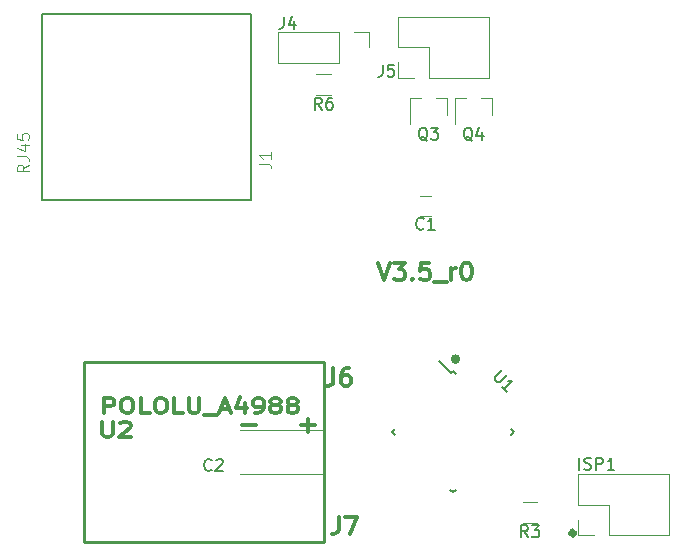
<source format=gto>
G04 #@! TF.FileFunction,Legend,Top*
%FSLAX46Y46*%
G04 Gerber Fmt 4.6, Leading zero omitted, Abs format (unit mm)*
G04 Created by KiCad (PCBNEW 4.0.6) date 08/22/17 00:05:49*
%MOMM*%
%LPD*%
G01*
G04 APERTURE LIST*
%ADD10C,0.100000*%
%ADD11C,0.300000*%
%ADD12C,0.400000*%
%ADD13C,0.340000*%
%ADD14C,0.500000*%
%ADD15C,0.120000*%
%ADD16C,0.254000*%
%ADD17C,0.150000*%
%ADD18C,0.152400*%
%ADD19C,0.304800*%
%ADD20C,0.050000*%
G04 APERTURE END LIST*
D10*
D11*
X13428572Y9892857D02*
X14571429Y9892857D01*
X18428572Y9892857D02*
X19571429Y9892857D01*
X19000000Y9321429D02*
X19000000Y10464286D01*
X21600000Y2171429D02*
X21600000Y1100000D01*
X21528572Y885714D01*
X21385715Y742857D01*
X21171429Y671429D01*
X21028572Y671429D01*
X22171429Y2171429D02*
X23171429Y2171429D01*
X22528572Y671429D01*
X21150000Y14721429D02*
X21150000Y13650000D01*
X21078572Y13435714D01*
X20935715Y13292857D01*
X20721429Y13221429D01*
X20578572Y13221429D01*
X22507143Y14721429D02*
X22221429Y14721429D01*
X22078572Y14650000D01*
X22007143Y14578571D01*
X21864286Y14364286D01*
X21792857Y14078571D01*
X21792857Y13507143D01*
X21864286Y13364286D01*
X21935714Y13292857D01*
X22078572Y13221429D01*
X22364286Y13221429D01*
X22507143Y13292857D01*
X22578572Y13364286D01*
X22650000Y13507143D01*
X22650000Y13864286D01*
X22578572Y14007143D01*
X22507143Y14078571D01*
X22364286Y14150000D01*
X22078572Y14150000D01*
X21935714Y14078571D01*
X21864286Y14007143D01*
X21792857Y13864286D01*
D12*
X31700000Y15500000D02*
G75*
G03X31700000Y15500000I-200000J0D01*
G01*
D13*
X24920287Y23681429D02*
X25420287Y22181429D01*
X25920287Y23681429D01*
X26277430Y23681429D02*
X27206001Y23681429D01*
X26706001Y23110000D01*
X26920287Y23110000D01*
X27063144Y23038571D01*
X27134573Y22967143D01*
X27206001Y22824286D01*
X27206001Y22467143D01*
X27134573Y22324286D01*
X27063144Y22252857D01*
X26920287Y22181429D01*
X26491715Y22181429D01*
X26348858Y22252857D01*
X26277430Y22324286D01*
X27848858Y22324286D02*
X27920286Y22252857D01*
X27848858Y22181429D01*
X27777429Y22252857D01*
X27848858Y22324286D01*
X27848858Y22181429D01*
X29277430Y23681429D02*
X28563144Y23681429D01*
X28491715Y22967143D01*
X28563144Y23038571D01*
X28706001Y23110000D01*
X29063144Y23110000D01*
X29206001Y23038571D01*
X29277430Y22967143D01*
X29348858Y22824286D01*
X29348858Y22467143D01*
X29277430Y22324286D01*
X29206001Y22252857D01*
X29063144Y22181429D01*
X28706001Y22181429D01*
X28563144Y22252857D01*
X28491715Y22324286D01*
X29634572Y22038571D02*
X30777429Y22038571D01*
X31134572Y22181429D02*
X31134572Y23181429D01*
X31134572Y22895714D02*
X31206000Y23038571D01*
X31277429Y23110000D01*
X31420286Y23181429D01*
X31563143Y23181429D01*
X32348857Y23681429D02*
X32491714Y23681429D01*
X32634571Y23610000D01*
X32706000Y23538571D01*
X32777429Y23395714D01*
X32848857Y23110000D01*
X32848857Y22752857D01*
X32777429Y22467143D01*
X32706000Y22324286D01*
X32634571Y22252857D01*
X32491714Y22181429D01*
X32348857Y22181429D01*
X32206000Y22252857D01*
X32134571Y22324286D01*
X32063143Y22467143D01*
X31991714Y22752857D01*
X31991714Y23110000D01*
X32063143Y23395714D01*
X32134571Y23538571D01*
X32206000Y23610000D01*
X32348857Y23681429D01*
D14*
X41556000Y762000D02*
G75*
G03X41556000Y762000I-154000J0D01*
G01*
D15*
X16450000Y43240000D02*
X16450000Y40580000D01*
X21590000Y43240000D02*
X16450000Y43240000D01*
X21590000Y40580000D02*
X16450000Y40580000D01*
X21590000Y43240000D02*
X21590000Y40580000D01*
X22860000Y43240000D02*
X24190000Y43240000D01*
X24190000Y43240000D02*
X24190000Y41910000D01*
D16*
X0Y15240000D02*
X20320000Y15240000D01*
X20320000Y15240000D02*
X20320000Y0D01*
X20320000Y0D02*
X0Y0D01*
X0Y0D02*
X0Y15240000D01*
D15*
X34600000Y37590000D02*
X33670000Y37590000D01*
X31440000Y37590000D02*
X32370000Y37590000D01*
X31440000Y37590000D02*
X31440000Y35430000D01*
X34600000Y37590000D02*
X34600000Y36130000D01*
X29456000Y29298000D02*
X28456000Y29298000D01*
X28456000Y27598000D02*
X29456000Y27598000D01*
X20371000Y5770000D02*
X13271000Y5770000D01*
X20371000Y9470000D02*
X13271000Y9470000D01*
X20371000Y5770000D02*
X20371000Y9470000D01*
X49590000Y575000D02*
X49590000Y5775000D01*
X44450000Y575000D02*
X49590000Y575000D01*
X41850000Y5775000D02*
X49590000Y5775000D01*
X44450000Y575000D02*
X44450000Y3175000D01*
X44450000Y3175000D02*
X41850000Y3175000D01*
X41850000Y3175000D02*
X41850000Y5775000D01*
X43180000Y575000D02*
X41850000Y575000D01*
X41850000Y575000D02*
X41850000Y1905000D01*
X34350000Y39310000D02*
X34350000Y44510000D01*
X29210000Y39310000D02*
X34350000Y39310000D01*
X26610000Y44510000D02*
X34350000Y44510000D01*
X29210000Y39310000D02*
X29210000Y41910000D01*
X29210000Y41910000D02*
X26610000Y41910000D01*
X26610000Y41910000D02*
X26610000Y44510000D01*
X27940000Y39310000D02*
X26610000Y39310000D01*
X26610000Y39310000D02*
X26610000Y40640000D01*
X30790000Y37590000D02*
X29860000Y37590000D01*
X27630000Y37590000D02*
X28560000Y37590000D01*
X27630000Y37590000D02*
X27630000Y35430000D01*
X30790000Y37590000D02*
X30790000Y36130000D01*
X37180000Y3420000D02*
X38380000Y3420000D01*
X38380000Y1660000D02*
X37180000Y1660000D01*
X19720000Y39615000D02*
X20920000Y39615000D01*
X20920000Y37855000D02*
X19720000Y37855000D01*
D17*
X31279211Y14476144D02*
X31120112Y14317045D01*
X36405735Y9349620D02*
X36175925Y9119810D01*
X31279211Y4223096D02*
X31509021Y4452906D01*
X26152687Y9349620D02*
X26382497Y9579430D01*
X31279211Y14476144D02*
X31509021Y14246334D01*
X26152687Y9349620D02*
X26382497Y9119810D01*
X31279211Y4223096D02*
X31049401Y4452906D01*
X36405735Y9349620D02*
X36175925Y9579430D01*
X31120112Y14317045D02*
X30112485Y15324672D01*
D18*
X-3556000Y44705000D02*
X14184000Y44705000D01*
X14184000Y44705000D02*
X14184000Y28955000D01*
X14184000Y28955000D02*
X-3556000Y28955000D01*
X-3556000Y28955000D02*
X-3556000Y44705000D01*
D17*
X16938667Y44489619D02*
X16938667Y43775333D01*
X16891047Y43632476D01*
X16795809Y43537238D01*
X16652952Y43489619D01*
X16557714Y43489619D01*
X17843429Y44156286D02*
X17843429Y43489619D01*
X17605333Y44537238D02*
X17367238Y43822952D01*
X17986286Y43822952D01*
D19*
X1588857Y10195476D02*
X1588857Y9167381D01*
X1661429Y9046429D01*
X1734000Y8985952D01*
X1879143Y8925476D01*
X2169429Y8925476D01*
X2314571Y8985952D01*
X2387143Y9046429D01*
X2459714Y9167381D01*
X2459714Y10195476D01*
X3112857Y10074524D02*
X3185428Y10135000D01*
X3330571Y10195476D01*
X3693428Y10195476D01*
X3838571Y10135000D01*
X3911142Y10074524D01*
X3983714Y9953571D01*
X3983714Y9832619D01*
X3911142Y9651190D01*
X3040285Y8925476D01*
X3983714Y8925476D01*
X1741714Y10925476D02*
X1741714Y12195476D01*
X2322286Y12195476D01*
X2467428Y12135000D01*
X2540000Y12074524D01*
X2612571Y11953571D01*
X2612571Y11772143D01*
X2540000Y11651190D01*
X2467428Y11590714D01*
X2322286Y11530238D01*
X1741714Y11530238D01*
X3556000Y12195476D02*
X3846286Y12195476D01*
X3991428Y12135000D01*
X4136571Y12014048D01*
X4209143Y11772143D01*
X4209143Y11348810D01*
X4136571Y11106905D01*
X3991428Y10985952D01*
X3846286Y10925476D01*
X3556000Y10925476D01*
X3410857Y10985952D01*
X3265714Y11106905D01*
X3193143Y11348810D01*
X3193143Y11772143D01*
X3265714Y12014048D01*
X3410857Y12135000D01*
X3556000Y12195476D01*
X5587999Y10925476D02*
X4862285Y10925476D01*
X4862285Y12195476D01*
X6386285Y12195476D02*
X6676571Y12195476D01*
X6821713Y12135000D01*
X6966856Y12014048D01*
X7039428Y11772143D01*
X7039428Y11348810D01*
X6966856Y11106905D01*
X6821713Y10985952D01*
X6676571Y10925476D01*
X6386285Y10925476D01*
X6241142Y10985952D01*
X6095999Y11106905D01*
X6023428Y11348810D01*
X6023428Y11772143D01*
X6095999Y12014048D01*
X6241142Y12135000D01*
X6386285Y12195476D01*
X8418284Y10925476D02*
X7692570Y10925476D01*
X7692570Y12195476D01*
X8926284Y12195476D02*
X8926284Y11167381D01*
X8998856Y11046429D01*
X9071427Y10985952D01*
X9216570Y10925476D01*
X9506856Y10925476D01*
X9651998Y10985952D01*
X9724570Y11046429D01*
X9797141Y11167381D01*
X9797141Y12195476D01*
X10159998Y10804524D02*
X11321141Y10804524D01*
X11611427Y11288333D02*
X12337141Y11288333D01*
X11466284Y10925476D02*
X11974284Y12195476D01*
X12482284Y10925476D01*
X13643427Y11772143D02*
X13643427Y10925476D01*
X13280570Y12255952D02*
X12917713Y11348810D01*
X13861141Y11348810D01*
X14514285Y10925476D02*
X14804570Y10925476D01*
X14949713Y10985952D01*
X15022285Y11046429D01*
X15167427Y11227857D01*
X15239999Y11469762D01*
X15239999Y11953571D01*
X15167427Y12074524D01*
X15094856Y12135000D01*
X14949713Y12195476D01*
X14659427Y12195476D01*
X14514285Y12135000D01*
X14441713Y12074524D01*
X14369142Y11953571D01*
X14369142Y11651190D01*
X14441713Y11530238D01*
X14514285Y11469762D01*
X14659427Y11409286D01*
X14949713Y11409286D01*
X15094856Y11469762D01*
X15167427Y11530238D01*
X15239999Y11651190D01*
X16110856Y11651190D02*
X15965714Y11711667D01*
X15893142Y11772143D01*
X15820571Y11893095D01*
X15820571Y11953571D01*
X15893142Y12074524D01*
X15965714Y12135000D01*
X16110856Y12195476D01*
X16401142Y12195476D01*
X16546285Y12135000D01*
X16618856Y12074524D01*
X16691428Y11953571D01*
X16691428Y11893095D01*
X16618856Y11772143D01*
X16546285Y11711667D01*
X16401142Y11651190D01*
X16110856Y11651190D01*
X15965714Y11590714D01*
X15893142Y11530238D01*
X15820571Y11409286D01*
X15820571Y11167381D01*
X15893142Y11046429D01*
X15965714Y10985952D01*
X16110856Y10925476D01*
X16401142Y10925476D01*
X16546285Y10985952D01*
X16618856Y11046429D01*
X16691428Y11167381D01*
X16691428Y11409286D01*
X16618856Y11530238D01*
X16546285Y11590714D01*
X16401142Y11651190D01*
X17562285Y11651190D02*
X17417143Y11711667D01*
X17344571Y11772143D01*
X17272000Y11893095D01*
X17272000Y11953571D01*
X17344571Y12074524D01*
X17417143Y12135000D01*
X17562285Y12195476D01*
X17852571Y12195476D01*
X17997714Y12135000D01*
X18070285Y12074524D01*
X18142857Y11953571D01*
X18142857Y11893095D01*
X18070285Y11772143D01*
X17997714Y11711667D01*
X17852571Y11651190D01*
X17562285Y11651190D01*
X17417143Y11590714D01*
X17344571Y11530238D01*
X17272000Y11409286D01*
X17272000Y11167381D01*
X17344571Y11046429D01*
X17417143Y10985952D01*
X17562285Y10925476D01*
X17852571Y10925476D01*
X17997714Y10985952D01*
X18070285Y11046429D01*
X18142857Y11167381D01*
X18142857Y11409286D01*
X18070285Y11530238D01*
X17997714Y11590714D01*
X17852571Y11651190D01*
D17*
X32924762Y33996381D02*
X32829524Y34044000D01*
X32734286Y34139238D01*
X32591429Y34282095D01*
X32496190Y34329714D01*
X32400952Y34329714D01*
X32448571Y34091619D02*
X32353333Y34139238D01*
X32258095Y34234476D01*
X32210476Y34424952D01*
X32210476Y34758286D01*
X32258095Y34948762D01*
X32353333Y35044000D01*
X32448571Y35091619D01*
X32639048Y35091619D01*
X32734286Y35044000D01*
X32829524Y34948762D01*
X32877143Y34758286D01*
X32877143Y34424952D01*
X32829524Y34234476D01*
X32734286Y34139238D01*
X32639048Y34091619D01*
X32448571Y34091619D01*
X33734286Y34758286D02*
X33734286Y34091619D01*
X33496190Y35139238D02*
X33258095Y34424952D01*
X33877143Y34424952D01*
X28789334Y26566857D02*
X28741715Y26519238D01*
X28598858Y26471619D01*
X28503620Y26471619D01*
X28360762Y26519238D01*
X28265524Y26614476D01*
X28217905Y26709714D01*
X28170286Y26900190D01*
X28170286Y27043048D01*
X28217905Y27233524D01*
X28265524Y27328762D01*
X28360762Y27424000D01*
X28503620Y27471619D01*
X28598858Y27471619D01*
X28741715Y27424000D01*
X28789334Y27376381D01*
X29741715Y26471619D02*
X29170286Y26471619D01*
X29456000Y26471619D02*
X29456000Y27471619D01*
X29360762Y27328762D01*
X29265524Y27233524D01*
X29170286Y27185905D01*
X10833334Y6142857D02*
X10785715Y6095238D01*
X10642858Y6047619D01*
X10547620Y6047619D01*
X10404762Y6095238D01*
X10309524Y6190476D01*
X10261905Y6285714D01*
X10214286Y6476190D01*
X10214286Y6619048D01*
X10261905Y6809524D01*
X10309524Y6904762D01*
X10404762Y7000000D01*
X10547620Y7047619D01*
X10642858Y7047619D01*
X10785715Y7000000D01*
X10833334Y6952381D01*
X11214286Y6952381D02*
X11261905Y7000000D01*
X11357143Y7047619D01*
X11595239Y7047619D01*
X11690477Y7000000D01*
X11738096Y6952381D01*
X11785715Y6857143D01*
X11785715Y6761905D01*
X11738096Y6619048D01*
X11166667Y6047619D01*
X11785715Y6047619D01*
X41981619Y6151619D02*
X41981619Y7151619D01*
X42410190Y6199238D02*
X42553047Y6151619D01*
X42791143Y6151619D01*
X42886381Y6199238D01*
X42934000Y6246857D01*
X42981619Y6342095D01*
X42981619Y6437333D01*
X42934000Y6532571D01*
X42886381Y6580190D01*
X42791143Y6627810D01*
X42600666Y6675429D01*
X42505428Y6723048D01*
X42457809Y6770667D01*
X42410190Y6865905D01*
X42410190Y6961143D01*
X42457809Y7056381D01*
X42505428Y7104000D01*
X42600666Y7151619D01*
X42838762Y7151619D01*
X42981619Y7104000D01*
X43410190Y6151619D02*
X43410190Y7151619D01*
X43791143Y7151619D01*
X43886381Y7104000D01*
X43934000Y7056381D01*
X43981619Y6961143D01*
X43981619Y6818286D01*
X43934000Y6723048D01*
X43886381Y6675429D01*
X43791143Y6627810D01*
X43410190Y6627810D01*
X44934000Y6151619D02*
X44362571Y6151619D01*
X44648285Y6151619D02*
X44648285Y7151619D01*
X44553047Y7008762D01*
X44457809Y6913524D01*
X44362571Y6865905D01*
X25320667Y40425619D02*
X25320667Y39711333D01*
X25273047Y39568476D01*
X25177809Y39473238D01*
X25034952Y39425619D01*
X24939714Y39425619D01*
X26273048Y40425619D02*
X25796857Y40425619D01*
X25749238Y39949429D01*
X25796857Y39997048D01*
X25892095Y40044667D01*
X26130191Y40044667D01*
X26225429Y39997048D01*
X26273048Y39949429D01*
X26320667Y39854190D01*
X26320667Y39616095D01*
X26273048Y39520857D01*
X26225429Y39473238D01*
X26130191Y39425619D01*
X25892095Y39425619D01*
X25796857Y39473238D01*
X25749238Y39520857D01*
X29114762Y33996381D02*
X29019524Y34044000D01*
X28924286Y34139238D01*
X28781429Y34282095D01*
X28686190Y34329714D01*
X28590952Y34329714D01*
X28638571Y34091619D02*
X28543333Y34139238D01*
X28448095Y34234476D01*
X28400476Y34424952D01*
X28400476Y34758286D01*
X28448095Y34948762D01*
X28543333Y35044000D01*
X28638571Y35091619D01*
X28829048Y35091619D01*
X28924286Y35044000D01*
X29019524Y34948762D01*
X29067143Y34758286D01*
X29067143Y34424952D01*
X29019524Y34234476D01*
X28924286Y34139238D01*
X28829048Y34091619D01*
X28638571Y34091619D01*
X29400476Y35091619D02*
X30019524Y35091619D01*
X29686190Y34710667D01*
X29829048Y34710667D01*
X29924286Y34663048D01*
X29971905Y34615429D01*
X30019524Y34520190D01*
X30019524Y34282095D01*
X29971905Y34186857D01*
X29924286Y34139238D01*
X29829048Y34091619D01*
X29543333Y34091619D01*
X29448095Y34139238D01*
X29400476Y34186857D01*
X37613334Y437619D02*
X37280000Y913810D01*
X37041905Y437619D02*
X37041905Y1437619D01*
X37422858Y1437619D01*
X37518096Y1390000D01*
X37565715Y1342381D01*
X37613334Y1247143D01*
X37613334Y1104286D01*
X37565715Y1009048D01*
X37518096Y961429D01*
X37422858Y913810D01*
X37041905Y913810D01*
X37946667Y1437619D02*
X38565715Y1437619D01*
X38232381Y1056667D01*
X38375239Y1056667D01*
X38470477Y1009048D01*
X38518096Y961429D01*
X38565715Y866190D01*
X38565715Y628095D01*
X38518096Y532857D01*
X38470477Y485238D01*
X38375239Y437619D01*
X38089524Y437619D01*
X37994286Y485238D01*
X37946667Y532857D01*
X20153334Y36632619D02*
X19820000Y37108810D01*
X19581905Y36632619D02*
X19581905Y37632619D01*
X19962858Y37632619D01*
X20058096Y37585000D01*
X20105715Y37537381D01*
X20153334Y37442143D01*
X20153334Y37299286D01*
X20105715Y37204048D01*
X20058096Y37156429D01*
X19962858Y37108810D01*
X19581905Y37108810D01*
X21010477Y37632619D02*
X20820000Y37632619D01*
X20724762Y37585000D01*
X20677143Y37537381D01*
X20581905Y37394524D01*
X20534286Y37204048D01*
X20534286Y36823095D01*
X20581905Y36727857D01*
X20629524Y36680238D01*
X20724762Y36632619D01*
X20915239Y36632619D01*
X21010477Y36680238D01*
X21058096Y36727857D01*
X21105715Y36823095D01*
X21105715Y37061190D01*
X21058096Y37156429D01*
X21010477Y37204048D01*
X20915239Y37251667D01*
X20724762Y37251667D01*
X20629524Y37204048D01*
X20581905Y37156429D01*
X20534286Y37061190D01*
X35405684Y14553589D02*
X34833264Y13981169D01*
X34799592Y13880154D01*
X34799592Y13812811D01*
X34833264Y13711796D01*
X34967952Y13577108D01*
X35068967Y13543436D01*
X35136310Y13543436D01*
X35237325Y13577108D01*
X35809745Y14149528D01*
X35809745Y12735314D02*
X35405684Y13139376D01*
X35607714Y12937345D02*
X36314821Y13644452D01*
X36146462Y13610780D01*
X36011776Y13610780D01*
X35910760Y13644452D01*
D20*
X14881381Y32036667D02*
X15595667Y32036667D01*
X15738524Y31989047D01*
X15833762Y31893809D01*
X15881381Y31750952D01*
X15881381Y31655714D01*
X15881381Y33036667D02*
X15881381Y32465238D01*
X15881381Y32750952D02*
X14881381Y32750952D01*
X15024238Y32655714D01*
X15119476Y32560476D01*
X15167095Y32465238D01*
X-4618619Y31981191D02*
X-5094810Y31647857D01*
X-4618619Y31409762D02*
X-5618619Y31409762D01*
X-5618619Y31790715D01*
X-5571000Y31885953D01*
X-5523381Y31933572D01*
X-5428143Y31981191D01*
X-5285286Y31981191D01*
X-5190048Y31933572D01*
X-5142429Y31885953D01*
X-5094810Y31790715D01*
X-5094810Y31409762D01*
X-5618619Y32695477D02*
X-4904333Y32695477D01*
X-4761476Y32647857D01*
X-4666238Y32552619D01*
X-4618619Y32409762D01*
X-4618619Y32314524D01*
X-5285286Y33600239D02*
X-4618619Y33600239D01*
X-5666238Y33362143D02*
X-4951952Y33124048D01*
X-4951952Y33743096D01*
X-5618619Y34600239D02*
X-5618619Y34124048D01*
X-5142429Y34076429D01*
X-5190048Y34124048D01*
X-5237667Y34219286D01*
X-5237667Y34457382D01*
X-5190048Y34552620D01*
X-5142429Y34600239D01*
X-5047190Y34647858D01*
X-4809095Y34647858D01*
X-4713857Y34600239D01*
X-4666238Y34552620D01*
X-4618619Y34457382D01*
X-4618619Y34219286D01*
X-4666238Y34124048D01*
X-4713857Y34076429D01*
M02*

</source>
